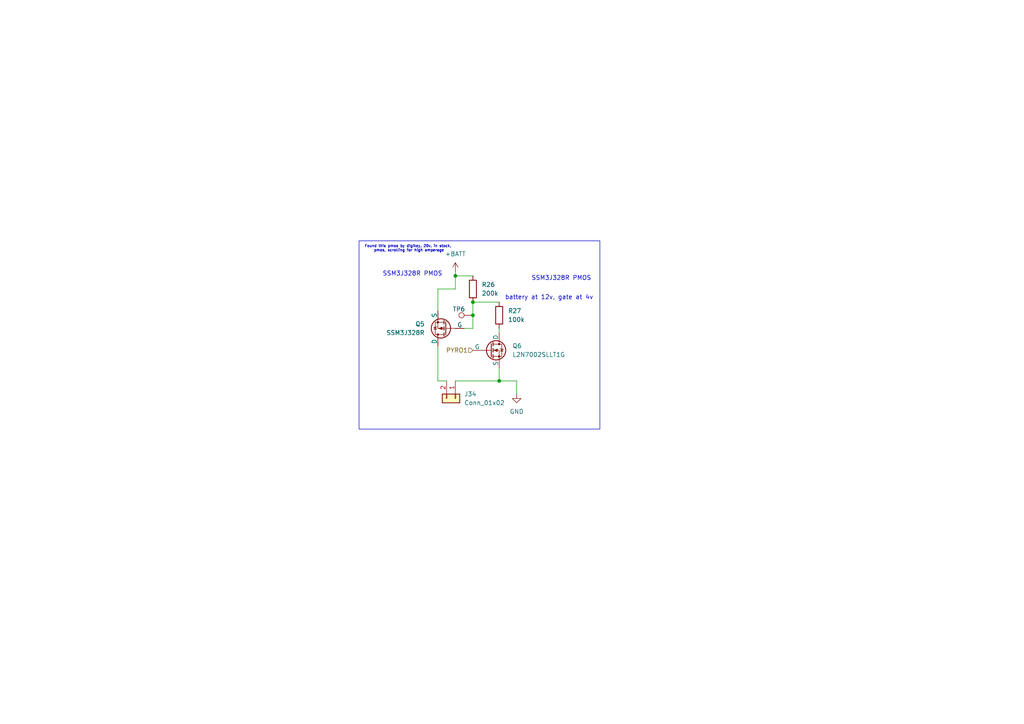
<source format=kicad_sch>
(kicad_sch (version 20250114) (generator "eeschema") (generator_version "9.0")
  (paper "A4")
  (lib_symbols
    (symbol "Connector:TestPoint" (pin_numbers (hide yes)) (pin_names (offset 0.762) (hide yes))
      (property "Reference" "TP" (at 0 6.858 0))
      (property "Value" "TestPoint" (at 0 5.08 0))
      (symbol "TestPoint_0_1"
        (circle (center 0 3.302) (radius 0.762))
      )
      (symbol "TestPoint_1_1"
        (pin passive line (at 0 0 90) (length 2.54) (name "1") (number "1"))
      )
    )
    (symbol "Connector_Generic:Conn_01x02" (pin_names (offset 1.016) (hide yes))
      (property "Reference" "J" (at 0 2.54 0))
      (property "Value" "Conn_01x02" (at 0 -5.08 0))
      (symbol "Conn_01x02_1_1"
        (rectangle (start -1.27 1.27) (end 1.27 -3.81) (stroke (width 0.254)) (fill (type background)))
        (rectangle (start -1.27 0.127) (end 0 -0.127) (stroke (width 0.1524)))
        (rectangle (start -1.27 -2.413) (end 0 -2.667) (stroke (width 0.1524)))
        (pin passive line (at -5.08 0 0) (length 3.81) (name "Pin_1") (number "1"))
        (pin passive line (at -5.08 -2.54 0) (length 3.81) (name "Pin_2") (number "2"))
      )
    )
    (symbol "Device:R" (pin_numbers (hide yes)) (pin_names (offset 0))
      (property "Reference" "R" (at 2.032 0 90))
      (property "Value" "R" (at 0 0 90))
      (symbol "R_0_1"
        (rectangle (start -1.016 -2.54) (end 1.016 2.54) (stroke (width 0.254)))
      )
      (symbol "R_1_1"
        (pin passive line (at 0 3.81 270) (length 1.27) (name "~") (number "1"))
        (pin passive line (at 0 -3.81 90) (length 1.27) (name "~") (number "2"))
      )
    )
    (symbol "Simulation_SPICE:NMOS" (pin_numbers (hide yes)) (pin_names (offset 0))
      (property "Reference" "Q" (at 5.08 1.27 0))
      (property "Value" "NMOS" (at 5.08 -1.27 0))
      (symbol "NMOS_0_1"
        (polyline (pts (xy 0.254 1.905) (xy 0.254 -1.905)) (stroke (width 0.254)))
        (polyline (pts (xy 0.254 0) (xy -2.54 0)))
        (polyline (pts (xy 0.762 2.286) (xy 0.762 1.27)) (stroke (width 0.254)))
        (polyline (pts (xy 0.762 0.508) (xy 0.762 -0.508)) (stroke (width 0.254)))
        (polyline (pts (xy 0.762 -1.27) (xy 0.762 -2.286)) (stroke (width 0.254)))
        (polyline (pts (xy 0.762 -1.778) (xy 3.302 -1.778) (xy 3.302 1.778) (xy 0.762 1.778)))
        (polyline (pts (xy 1.016 0) (xy 2.032 0.381) (xy 2.032 -0.381) (xy 1.016 0)) (fill (type outline)))
        (circle (center 1.651 0) (radius 2.794) (stroke (width 0.254)))
        (polyline (pts (xy 2.54 2.54) (xy 2.54 1.778)))
        (circle (center 2.54 1.778) (radius 0.254) (fill (type outline)))
        (circle (center 2.54 -1.778) (radius 0.254) (fill (type outline)))
        (polyline (pts (xy 2.54 -2.54) (xy 2.54 0) (xy 0.762 0)))
        (polyline (pts (xy 2.794 0.508) (xy 2.921 0.381) (xy 3.683 0.381) (xy 3.81 0.254)))
        (polyline (pts (xy 3.302 0.381) (xy 2.921 -0.254) (xy 3.683 -0.254) (xy 3.302 0.381)))
      )
      (symbol "NMOS_1_1"
        (pin input line (at -5.08 0 0) (length 2.54) (name "G") (number "2"))
        (pin passive line (at 2.54 5.08 270) (length 2.54) (name "D") (number "1"))
        (pin passive line (at 2.54 -5.08 90) (length 2.54) (name "S") (number "3"))
      )
    )
    (symbol "Simulation_SPICE:PMOS" (pin_numbers (hide yes)) (pin_names (offset 0))
      (property "Reference" "Q" (at 5.08 1.27 0))
      (property "Value" "PMOS" (at 5.08 -1.27 0))
      (symbol "PMOS_0_1"
        (polyline (pts (xy 0.254 1.905) (xy 0.254 -1.905)) (stroke (width 0.254)))
        (polyline (pts (xy 0.254 0) (xy -2.54 0)))
        (polyline (pts (xy 0.762 2.286) (xy 0.762 1.27)) (stroke (width 0.254)))
        (polyline (pts (xy 0.762 1.778) (xy 3.302 1.778) (xy 3.302 -1.778) (xy 0.762 -1.778)))
        (polyline (pts (xy 0.762 0.508) (xy 0.762 -0.508)) (stroke (width 0.254)))
        (polyline (pts (xy 0.762 -1.27) (xy 0.762 -2.286)) (stroke (width 0.254)))
        (circle (center 1.651 0) (radius 2.794) (stroke (width 0.254)))
        (polyline (pts (xy 2.286 0) (xy 1.27 0.381) (xy 1.27 -0.381) (xy 2.286 0)) (fill (type outline)))
        (polyline (pts (xy 2.54 2.54) (xy 2.54 1.778)))
        (circle (center 2.54 1.778) (radius 0.254) (fill (type outline)))
        (circle (center 2.54 -1.778) (radius 0.254) (fill (type outline)))
        (polyline (pts (xy 2.54 -2.54) (xy 2.54 0) (xy 0.762 0)))
        (polyline (pts (xy 2.794 -0.508) (xy 2.921 -0.381) (xy 3.683 -0.381) (xy 3.81 -0.254)))
        (polyline (pts (xy 3.302 -0.381) (xy 2.921 0.254) (xy 3.683 0.254) (xy 3.302 -0.381)))
      )
      (symbol "PMOS_1_1"
        (pin input line (at -5.08 0 0) (length 2.54) (name "G") (number "2"))
        (pin passive line (at 2.54 5.08 270) (length 2.54) (name "D") (number "1"))
        (pin passive line (at 2.54 -5.08 90) (length 2.54) (name "S") (number "3"))
      )
    )
    (symbol "power:+BATT" (power) (pin_numbers (hide yes)) (pin_names (offset 0) (hide yes))
      (property "Value" "+BATT" (at 0 3.556 0))
      (symbol "+BATT_0_1"
        (polyline (pts (xy -0.762 1.27) (xy 0 2.54)))
        (polyline (pts (xy 0 2.54) (xy 0.762 1.27)))
        (polyline (pts (xy 0 0) (xy 0 2.54)))
      )
      (symbol "+BATT_1_1"
        (pin power_in line (at 0 0 90) (length 0) (name "~") (number "1"))
      )
    )
    (symbol "power:GND" (power) (pin_numbers (hide yes)) (pin_names (offset 0) (hide yes))
      (property "Value" "GND" (at 0 -3.81 0))
      (symbol "GND_0_1"
        (polyline (pts (xy 0 0) (xy 0 -1.27) (xy 1.27 -1.27) (xy 0 -2.54) (xy -1.27 -1.27) (xy 0 -1.27)))
      )
      (symbol "GND_1_1"
        (pin power_in line (at 0 0 270) (length 0) (name "~") (number "1"))
      )
    )
  )
  (rectangle (start 104.14 69.85) (end 173.99 124.46))
  (text "SSM3J328R PMOS\n" (at 119.634 79.502 0) (effects (font (size 1.27 1.27))))
  (text "battery at 12v, gate at 4v" (at 159.258 86.36 0) (effects (font (size 1.27 1.27))))
  (text "Found this pmos by digikey, 20v, in stock, \npmos, scrolling for high amperage" (at 118.618 72.136 0) (effects (font (size 0.762 0.762))))
  (text "SSM3J328R PMOS\n" (at 162.814 80.772 0) (effects (font (size 1.27 1.27))))
  (junction (at 144.78 110.49))
  (junction (at 132.08 80.01))
  (junction (at 137.16 91.44))
  (junction (at 137.16 87.63))
  (wire (pts (xy 144.78 95.25) (xy 144.78 96.52)))
  (wire (pts (xy 132.08 80.01) (xy 132.08 78.74)))
  (wire (pts (xy 127 83.82) (xy 132.08 83.82)))
  (wire (pts (xy 144.78 87.63) (xy 137.16 87.63)))
  (wire (pts (xy 137.16 91.44) (xy 137.16 87.63)))
  (wire (pts (xy 132.08 80.01) (xy 137.16 80.01)))
  (wire (pts (xy 137.16 95.25) (xy 137.16 91.44)))
  (wire (pts (xy 149.86 114.3) (xy 149.86 110.49)))
  (wire (pts (xy 127 90.17) (xy 127 83.82)))
  (wire (pts (xy 132.08 83.82) (xy 132.08 80.01)))
  (wire (pts (xy 127 100.33) (xy 127 110.49)))
  (wire (pts (xy 149.86 110.49) (xy 144.78 110.49)))
  (wire (pts (xy 144.78 106.68) (xy 144.78 110.49)))
  (wire (pts (xy 127 110.49) (xy 129.54 110.49)))
  (wire (pts (xy 134.62 95.25) (xy 137.16 95.25)))
  (wire (pts (xy 144.78 110.49) (xy 132.08 110.49)))
  (hierarchical_label "PYRO1" (shape input) (at 137.16 101.6 180))
  (symbol (lib_id "Connector_Generic:Conn_01x02") (at 132.08 115.57 270) (unit 1)
    (property "Reference" "J34" (at 134.62 114.2999 90) (effects (justify left)))
    (property "Value" "Conn_01x02" (at 134.62 116.8399 90) (effects (justify left)))
    (property "Footprint" "TerminalBlock_Phoenix:TerminalBlock_Phoenix_MKDS-1,5-2-5.08_1x02_P5.08mm_Horizontal" (effects (hide yes)))
    (property "Description" "Generic connector, single row, 01x02, script generated (kicad-library-utils/schlib/autogen/connector/)" (effects (hide yes)))
  )
  (symbol (lib_id "Device:R") (at 137.16 83.82 0) (unit 1)
    (property "Reference" "R26" (at 139.7 82.5499 0) (effects (justify left)))
    (property "Value" "200k" (at 139.7 85.0899 0) (effects (justify left)))
    (property "Footprint" "Resistor_SMD:R_0603_1608Metric" (effects (hide yes)))
    (property "Description" "Resistor" (effects (hide yes)))
  )
  (symbol (lib_id "Simulation_SPICE:NMOS") (at 142.24 101.6 0) (unit 1)
    (property "Reference" "Q6" (at 148.59 100.3299 0) (effects (justify left)))
    (property "Value" "L2N7002SLLT1G" (at 148.59 102.8699 0) (effects (justify left)))
    (property "Footprint" "Package_TO_SOT_SMD:SOT-23" (effects (hide yes)))
    (property "Datasheet" "https://ngspice.sourceforge.io/docs/ngspice-html-manual/manual.xhtml#cha_MOSFETs" (effects (hide yes)))
    (property "Description" "N-MOSFET transistor, drain/source/gate" (effects (hide yes)))
    (property "Sim.Device" "NMOS" (effects (hide yes)))
    (property "Sim.Type" "VDMOS" (effects (hide yes)))
    (property "Sim.Pins" "1=D 2=G 3=S" (effects (hide yes)))
  )
  (symbol (lib_id "Connector:TestPoint") (at 137.16 91.44 90) (unit 1)
    (property "Reference" "TP6" (at 133.096 89.662 90))
    (property "Value" "TestPoint" (effects (hide yes)))
    (property "Footprint" "TestPoint:TestPoint_Pad_D1.0mm" (effects (hide yes)))
    (property "Description" "test point" (effects (hide yes)))
  )
  (symbol (lib_id "power:+BATT") (at 132.08 78.74 0) (unit 1)
    (property "Reference" "#PWR0115" (effects (hide yes)))
    (property "Value" "+BATT" (at 132.08 73.66 0))
    (property "Description" "Power symbol creates a global label with name \"+BATT\"" (effects (hide yes)))
  )
  (symbol (lib_id "Device:R") (at 144.78 91.44 0) (unit 1)
    (property "Reference" "R27" (at 147.32 90.1699 0) (effects (justify left)))
    (property "Value" "100k" (at 147.32 92.7099 0) (effects (justify left)))
    (property "Footprint" "Resistor_SMD:R_0603_1608Metric" (effects (hide yes)))
    (property "Description" "Resistor" (effects (hide yes)))
  )
  (symbol (lib_id "power:GND") (at 149.86 114.3 0) (unit 1)
    (property "Reference" "#PWR0116" (effects (hide yes)))
    (property "Value" "GND" (at 149.86 119.38 0))
    (property "Description" "Power symbol creates a global label with name \"GND\" , ground" (effects (hide yes)))
  )
  (symbol (lib_id "Simulation_SPICE:PMOS") (at 129.54 95.25 180) (unit 1)
    (property "Reference" "Q5" (at 123.19 93.9799 0) (effects (justify left)))
    (property "Value" "SSM3J328R" (at 123.19 96.5199 0) (effects (justify left)))
    (property "Footprint" "SSM3J328R:SOT95P240X88-3N" (effects (hide yes)))
    (property "Datasheet" "https://ngspice.sourceforge.io/docs/ngspice-html-manual/manual.xhtml#cha_MOSFETs" (effects (hide yes)))
    (property "Description" "P-MOSFET transistor, drain/source/gate" (effects (hide yes)))
    (property "Sim.Device" "PMOS" (effects (hide yes)))
    (property "Sim.Type" "VDMOS" (effects (hide yes)))
    (property "Sim.Pins" "1=D 2=G 3=S" (effects (hide yes)))
  )
)
</source>
